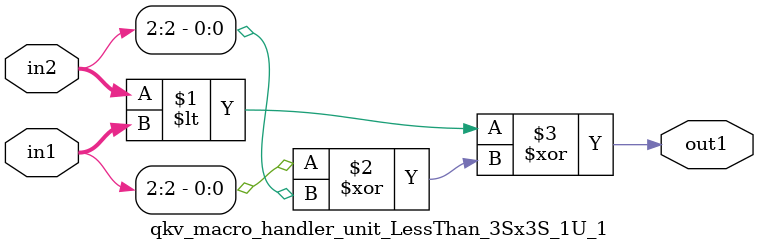
<source format=v>

`timescale 1ps / 1ps


module qkv_macro_handler_unit_LessThan_3Sx3S_1U_1( in2, in1, out1 );

    input [2:0] in2;
    input [2:0] in1;
    output out1;

    
    // rtl_process:qkv_macro_handler_unit_LessThan_3Sx3S_1U_1/qkv_macro_handler_unit_LessThan_3Sx3S_1U_1_thread_1
    assign out1 = (in2 < in1 ^ (in1[2] ^ in2[2]));

endmodule


</source>
